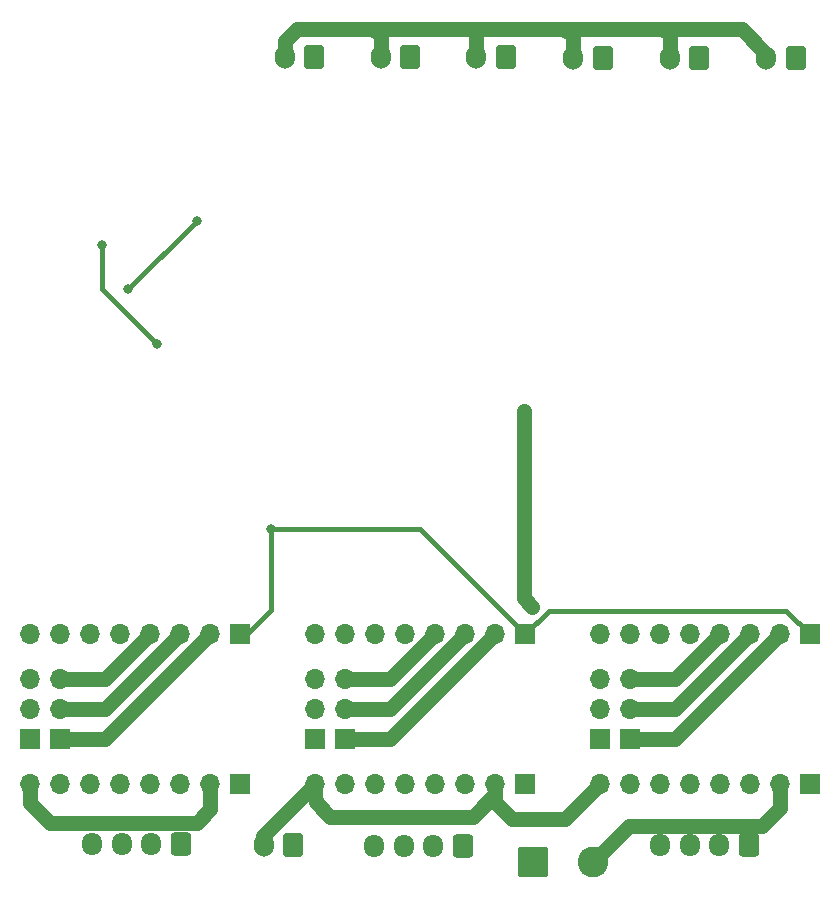
<source format=gbr>
%TF.GenerationSoftware,KiCad,Pcbnew,9.0.0*%
%TF.CreationDate,2025-04-21T14:47:56+01:00*%
%TF.ProjectId,ESP32_Cnc_Shield,45535033-325f-4436-9e63-5f536869656c,rev?*%
%TF.SameCoordinates,Original*%
%TF.FileFunction,Copper,L4,Bot*%
%TF.FilePolarity,Positive*%
%FSLAX46Y46*%
G04 Gerber Fmt 4.6, Leading zero omitted, Abs format (unit mm)*
G04 Created by KiCad (PCBNEW 9.0.0) date 2025-04-21 14:47:56*
%MOMM*%
%LPD*%
G01*
G04 APERTURE LIST*
G04 Aperture macros list*
%AMRoundRect*
0 Rectangle with rounded corners*
0 $1 Rounding radius*
0 $2 $3 $4 $5 $6 $7 $8 $9 X,Y pos of 4 corners*
0 Add a 4 corners polygon primitive as box body*
4,1,4,$2,$3,$4,$5,$6,$7,$8,$9,$2,$3,0*
0 Add four circle primitives for the rounded corners*
1,1,$1+$1,$2,$3*
1,1,$1+$1,$4,$5*
1,1,$1+$1,$6,$7*
1,1,$1+$1,$8,$9*
0 Add four rect primitives between the rounded corners*
20,1,$1+$1,$2,$3,$4,$5,0*
20,1,$1+$1,$4,$5,$6,$7,0*
20,1,$1+$1,$6,$7,$8,$9,0*
20,1,$1+$1,$8,$9,$2,$3,0*%
G04 Aperture macros list end*
%TA.AperFunction,ComponentPad*%
%ADD10R,1.700000X1.700000*%
%TD*%
%TA.AperFunction,ComponentPad*%
%ADD11O,1.700000X1.700000*%
%TD*%
%TA.AperFunction,ComponentPad*%
%ADD12RoundRect,0.250000X0.600000X0.725000X-0.600000X0.725000X-0.600000X-0.725000X0.600000X-0.725000X0*%
%TD*%
%TA.AperFunction,ComponentPad*%
%ADD13O,1.700000X1.950000*%
%TD*%
%TA.AperFunction,ComponentPad*%
%ADD14RoundRect,0.250000X0.600000X0.750000X-0.600000X0.750000X-0.600000X-0.750000X0.600000X-0.750000X0*%
%TD*%
%TA.AperFunction,ComponentPad*%
%ADD15O,1.700000X2.000000*%
%TD*%
%TA.AperFunction,ComponentPad*%
%ADD16RoundRect,0.250000X-1.050000X-1.050000X1.050000X-1.050000X1.050000X1.050000X-1.050000X1.050000X0*%
%TD*%
%TA.AperFunction,ComponentPad*%
%ADD17C,2.600000*%
%TD*%
%TA.AperFunction,ViaPad*%
%ADD18C,0.800000*%
%TD*%
%TA.AperFunction,Conductor*%
%ADD19C,1.270000*%
%TD*%
%TA.AperFunction,Conductor*%
%ADD20C,0.400000*%
%TD*%
G04 APERTURE END LIST*
D10*
%TO.P,J11,1,Pin_1*%
%TO.N,Net-(J11-Pin_1)*%
X103505000Y-136510000D03*
D11*
%TO.P,J11,2,Pin_2*%
%TO.N,Net-(J11-Pin_2)*%
X103505000Y-133970000D03*
%TO.P,J11,3,Pin_3*%
%TO.N,Net-(J11-Pin_3)*%
X103505000Y-131430000D03*
%TD*%
D12*
%TO.P,J17,1,Pin_1*%
%TO.N,Net-(J15-Pin_3)*%
X89360000Y-145530000D03*
D13*
%TO.P,J17,2,Pin_2*%
%TO.N,Net-(J15-Pin_4)*%
X86860000Y-145530000D03*
%TO.P,J17,3,Pin_3*%
%TO.N,Net-(J15-Pin_5)*%
X84360000Y-145530000D03*
%TO.P,J17,4,Pin_4*%
%TO.N,Net-(J15-Pin_6)*%
X81860000Y-145530000D03*
%TD*%
D14*
%TO.P,J2,1,Pin_1*%
%TO.N,VMOT*%
X74990000Y-145490000D03*
D15*
%TO.P,J2,2,Pin_2*%
%TO.N,GND*%
X72490000Y-145490000D03*
%TD*%
D10*
%TO.P,J13,1,Pin_1*%
%TO.N,Step_Enable*%
X118745000Y-127620000D03*
D11*
%TO.P,J13,2,Pin_2*%
%TO.N,Net-(J11-Pin_1)*%
X116205000Y-127620000D03*
%TO.P,J13,3,Pin_3*%
%TO.N,Net-(J11-Pin_2)*%
X113665000Y-127620000D03*
%TO.P,J13,4,Pin_4*%
%TO.N,Net-(J11-Pin_3)*%
X111125000Y-127620000D03*
%TO.P,J13,5,Pin_5*%
%TO.N,Net-(J13-Pin_5)*%
X108585000Y-127620000D03*
%TO.P,J13,6,Pin_6*%
X106045000Y-127620000D03*
%TO.P,J13,7,Pin_7*%
%TO.N,ZSTEP*%
X103505000Y-127620000D03*
%TO.P,J13,8,Pin_8*%
%TO.N,ZDIR*%
X100965000Y-127620000D03*
%TD*%
D10*
%TO.P,J10,1,Pin_1*%
%TO.N,3.3V*%
X100965000Y-136510000D03*
D11*
%TO.P,J10,2,Pin_2*%
X100965000Y-133970000D03*
%TO.P,J10,3,Pin_3*%
X100965000Y-131430000D03*
%TD*%
D10*
%TO.P,J4,1,Pin_1*%
%TO.N,Step_Enable*%
X70485000Y-127620000D03*
D11*
%TO.P,J4,2,Pin_2*%
%TO.N,Net-(J4-Pin_2)*%
X67945000Y-127620000D03*
%TO.P,J4,3,Pin_3*%
%TO.N,Net-(J4-Pin_3)*%
X65405000Y-127620000D03*
%TO.P,J4,4,Pin_4*%
%TO.N,Net-(J4-Pin_4)*%
X62865000Y-127620000D03*
%TO.P,J4,5,Pin_5*%
%TO.N,Net-(J4-Pin_5)*%
X60325000Y-127620000D03*
%TO.P,J4,6,Pin_6*%
X57785000Y-127620000D03*
%TO.P,J4,7,Pin_7*%
%TO.N,XSTEP*%
X55245000Y-127620000D03*
%TO.P,J4,8,Pin_8*%
%TO.N,XDIR*%
X52705000Y-127620000D03*
%TD*%
D12*
%TO.P,J16,1,Pin_1*%
%TO.N,Net-(J14-Pin_3)*%
X113560000Y-145450000D03*
D13*
%TO.P,J16,2,Pin_2*%
%TO.N,Net-(J14-Pin_4)*%
X111060000Y-145450000D03*
%TO.P,J16,3,Pin_3*%
%TO.N,Net-(J14-Pin_5)*%
X108560000Y-145450000D03*
%TO.P,J16,4,Pin_4*%
%TO.N,Net-(J14-Pin_6)*%
X106060000Y-145450000D03*
%TD*%
D10*
%TO.P,J15,1,Pin_1*%
%TO.N,VMOT*%
X94615000Y-140320000D03*
D11*
%TO.P,J15,2,Pin_2*%
%TO.N,GND*%
X92075000Y-140320000D03*
%TO.P,J15,3,Pin_3*%
%TO.N,Net-(J15-Pin_3)*%
X89535000Y-140320000D03*
%TO.P,J15,4,Pin_4*%
%TO.N,Net-(J15-Pin_4)*%
X86995000Y-140320000D03*
%TO.P,J15,5,Pin_5*%
%TO.N,Net-(J15-Pin_5)*%
X84455000Y-140320000D03*
%TO.P,J15,6,Pin_6*%
%TO.N,Net-(J15-Pin_6)*%
X81915000Y-140320000D03*
%TO.P,J15,7,Pin_7*%
%TO.N,3.3V*%
X79375000Y-140320000D03*
%TO.P,J15,8,Pin_8*%
%TO.N,GND*%
X76835000Y-140320000D03*
%TD*%
D10*
%TO.P,J12,1,Pin_1*%
%TO.N,Step_Enable*%
X94615000Y-127620000D03*
D11*
%TO.P,J12,2,Pin_2*%
%TO.N,Net-(J12-Pin_2)*%
X92075000Y-127620000D03*
%TO.P,J12,3,Pin_3*%
%TO.N,Net-(J12-Pin_3)*%
X89535000Y-127620000D03*
%TO.P,J12,4,Pin_4*%
%TO.N,Net-(J12-Pin_4)*%
X86995000Y-127620000D03*
%TO.P,J12,5,Pin_5*%
%TO.N,Net-(J12-Pin_5)*%
X84455000Y-127620000D03*
%TO.P,J12,6,Pin_6*%
X81915000Y-127620000D03*
%TO.P,J12,7,Pin_7*%
%TO.N,YSTEP*%
X79375000Y-127620000D03*
%TO.P,J12,8,Pin_8*%
%TO.N,YDIR*%
X76835000Y-127620000D03*
%TD*%
D16*
%TO.P,J1,1,Pin_1*%
%TO.N,VMOT*%
X95315000Y-146912500D03*
D17*
%TO.P,J1,2,Pin_2*%
%TO.N,GND*%
X100395000Y-146912500D03*
%TD*%
D14*
%TO.P,J21,1,Pin_1*%
%TO.N,Net-(J21-Pin_1)*%
X76750000Y-78750000D03*
D15*
%TO.P,J21,2,Pin_2*%
%TO.N,GND*%
X74250000Y-78750000D03*
%TD*%
D12*
%TO.P,J6,1,Pin_1*%
%TO.N,Net-(J5-Pin_3)*%
X65450000Y-145410000D03*
D13*
%TO.P,J6,2,Pin_2*%
%TO.N,Net-(J5-Pin_4)*%
X62950000Y-145410000D03*
%TO.P,J6,3,Pin_3*%
%TO.N,Net-(J5-Pin_5)*%
X60450000Y-145410000D03*
%TO.P,J6,4,Pin_4*%
%TO.N,Net-(J5-Pin_6)*%
X57950000Y-145410000D03*
%TD*%
D14*
%TO.P,J20,1,Pin_1*%
%TO.N,Net-(J20-Pin_1)*%
X101175000Y-78800000D03*
D15*
%TO.P,J20,2,Pin_2*%
%TO.N,GND*%
X98675000Y-78800000D03*
%TD*%
D10*
%TO.P,J3,1,Pin_1*%
%TO.N,3.3V*%
X52705000Y-136510000D03*
D11*
%TO.P,J3,2,Pin_2*%
X52705000Y-133970000D03*
%TO.P,J3,3,Pin_3*%
X52705000Y-131430000D03*
%TD*%
D14*
%TO.P,J24,1,Pin_1*%
%TO.N,Spindle-Out*%
X109380000Y-78790000D03*
D15*
%TO.P,J24,2,Pin_2*%
%TO.N,GND*%
X106880000Y-78790000D03*
%TD*%
D10*
%TO.P,J9,1,Pin_1*%
%TO.N,Net-(J12-Pin_2)*%
X79375000Y-136510000D03*
D11*
%TO.P,J9,2,Pin_2*%
%TO.N,Net-(J12-Pin_3)*%
X79375000Y-133970000D03*
%TO.P,J9,3,Pin_3*%
%TO.N,Net-(J12-Pin_4)*%
X79375000Y-131430000D03*
%TD*%
D14*
%TO.P,J18,1,Pin_1*%
%TO.N,Net-(J18-Pin_1)*%
X84877500Y-78760000D03*
D15*
%TO.P,J18,2,Pin_2*%
%TO.N,GND*%
X82377500Y-78760000D03*
%TD*%
D10*
%TO.P,J5,1,Pin_1*%
%TO.N,VMOT*%
X70485000Y-140320000D03*
D11*
%TO.P,J5,2,Pin_2*%
%TO.N,GND*%
X67945000Y-140320000D03*
%TO.P,J5,3,Pin_3*%
%TO.N,Net-(J5-Pin_3)*%
X65405000Y-140320000D03*
%TO.P,J5,4,Pin_4*%
%TO.N,Net-(J5-Pin_4)*%
X62865000Y-140320000D03*
%TO.P,J5,5,Pin_5*%
%TO.N,Net-(J5-Pin_5)*%
X60325000Y-140320000D03*
%TO.P,J5,6,Pin_6*%
%TO.N,Net-(J5-Pin_6)*%
X57785000Y-140320000D03*
%TO.P,J5,7,Pin_7*%
%TO.N,3.3V*%
X55245000Y-140320000D03*
%TO.P,J5,8,Pin_8*%
%TO.N,GND*%
X52705000Y-140320000D03*
%TD*%
D10*
%TO.P,J14,1,Pin_1*%
%TO.N,VMOT*%
X118745000Y-140320000D03*
D11*
%TO.P,J14,2,Pin_2*%
%TO.N,GND*%
X116205000Y-140320000D03*
%TO.P,J14,3,Pin_3*%
%TO.N,Net-(J14-Pin_3)*%
X113665000Y-140320000D03*
%TO.P,J14,4,Pin_4*%
%TO.N,Net-(J14-Pin_4)*%
X111125000Y-140320000D03*
%TO.P,J14,5,Pin_5*%
%TO.N,Net-(J14-Pin_5)*%
X108585000Y-140320000D03*
%TO.P,J14,6,Pin_6*%
%TO.N,Net-(J14-Pin_6)*%
X106045000Y-140320000D03*
%TO.P,J14,7,Pin_7*%
%TO.N,3.3V*%
X103505000Y-140320000D03*
%TO.P,J14,8,Pin_8*%
%TO.N,GND*%
X100965000Y-140320000D03*
%TD*%
D10*
%TO.P,J8,1,Pin_1*%
%TO.N,3.3V*%
X76835000Y-136510000D03*
D11*
%TO.P,J8,2,Pin_2*%
X76835000Y-133970000D03*
%TO.P,J8,3,Pin_3*%
X76835000Y-131430000D03*
%TD*%
D14*
%TO.P,J25,1,Pin_1*%
%TO.N,MIST*%
X117550000Y-78810000D03*
D15*
%TO.P,J25,2,Pin_2*%
%TO.N,GND*%
X115050000Y-78810000D03*
%TD*%
D14*
%TO.P,J19,1,Pin_1*%
%TO.N,Net-(J19-Pin_1)*%
X93002500Y-78770000D03*
D15*
%TO.P,J19,2,Pin_2*%
%TO.N,GND*%
X90502500Y-78770000D03*
%TD*%
D10*
%TO.P,J7,1,Pin_1*%
%TO.N,Net-(J4-Pin_2)*%
X55245000Y-136510000D03*
D11*
%TO.P,J7,2,Pin_2*%
%TO.N,Net-(J4-Pin_3)*%
X55245000Y-133970000D03*
%TO.P,J7,3,Pin_3*%
%TO.N,Net-(J4-Pin_4)*%
X55245000Y-131430000D03*
%TD*%
D18*
%TO.N,3.3V*%
X94498444Y-108721556D03*
X95220000Y-125280000D03*
%TO.N,Step_Enable*%
X73120000Y-118720000D03*
%TO.N,CS*%
X58830000Y-94690000D03*
X63480000Y-103060000D03*
%TO.N,MISO*%
X60960000Y-98420000D03*
X66870200Y-92602956D03*
%TD*%
D19*
%TO.N,GND*%
X93500000Y-143260000D02*
X98025000Y-143260000D01*
X100395000Y-146912500D02*
X103437500Y-143870000D01*
X115050000Y-78810000D02*
X115050000Y-78440000D01*
X98025000Y-143260000D02*
X100965000Y-140320000D01*
X76890000Y-141840000D02*
X76890000Y-141630000D01*
X67945000Y-142445000D02*
X67945000Y-140320000D01*
X90000000Y-76380000D02*
X90010000Y-76370000D01*
X98040000Y-76520000D02*
X98190000Y-76370000D01*
X92075000Y-140320000D02*
X92075000Y-141835000D01*
X92075000Y-141835000D02*
X93500000Y-143260000D01*
X116205000Y-141575000D02*
X116205000Y-140320000D01*
X81920000Y-76570000D02*
X82120000Y-76370000D01*
X52705000Y-141865000D02*
X54390000Y-143550000D01*
X90010000Y-76370000D02*
X98190000Y-76370000D01*
X92075000Y-140320000D02*
X92075000Y-141175000D01*
X54390000Y-143550000D02*
X66840000Y-143550000D01*
X103437500Y-143870000D02*
X114650000Y-143870000D01*
X98190000Y-76370000D02*
X106300000Y-76370000D01*
X74250000Y-77400000D02*
X75280000Y-76370000D01*
X98675000Y-78800000D02*
X98675000Y-76640000D01*
X116160000Y-142360000D02*
X116160000Y-141620000D01*
X52705000Y-140320000D02*
X52705000Y-141865000D01*
X114650000Y-143870000D02*
X116160000Y-142360000D01*
X76835000Y-141575000D02*
X76835000Y-140320000D01*
X72440000Y-144715000D02*
X76835000Y-140320000D01*
X66840000Y-143550000D02*
X67945000Y-142445000D01*
X82377500Y-78760000D02*
X82377500Y-76590000D01*
X115050000Y-78440000D02*
X112980000Y-76370000D01*
X78110000Y-143060000D02*
X76890000Y-141840000D01*
X106880000Y-78790000D02*
X106880000Y-76610000D01*
X106500000Y-76570000D02*
X106300000Y-76370000D01*
X82120000Y-76370000D02*
X90010000Y-76370000D01*
X112980000Y-76370000D02*
X106300000Y-76370000D01*
X76890000Y-141630000D02*
X76835000Y-141575000D01*
X75280000Y-76370000D02*
X82120000Y-76370000D01*
X90502500Y-78770000D02*
X90502500Y-76400000D01*
X72490000Y-145490000D02*
X72440000Y-144715000D01*
X92075000Y-141175000D02*
X90190000Y-143060000D01*
X74250000Y-78750000D02*
X74250000Y-77400000D01*
X90190000Y-143060000D02*
X78110000Y-143060000D01*
X116160000Y-141620000D02*
X116205000Y-141575000D01*
%TO.N,3.3V*%
X95220000Y-125280000D02*
X94498444Y-124558444D01*
X94498444Y-124558444D02*
X94498444Y-108721556D01*
D20*
%TO.N,Step_Enable*%
X73110000Y-118720000D02*
X73110000Y-125560000D01*
X116745000Y-125620000D02*
X96615000Y-125620000D01*
X85715000Y-118720000D02*
X73110000Y-118720000D01*
X73110000Y-125560000D02*
X71050000Y-127620000D01*
X96615000Y-125620000D02*
X94615000Y-127620000D01*
X118745000Y-127620000D02*
X116745000Y-125620000D01*
X71050000Y-127620000D02*
X70485000Y-127620000D01*
X94615000Y-127620000D02*
X85715000Y-118720000D01*
X73085000Y-118745000D02*
X73110000Y-118720000D01*
D19*
%TO.N,Net-(J4-Pin_4)*%
X62865000Y-127620000D02*
X59055000Y-131430000D01*
X59055000Y-131430000D02*
X55245000Y-131430000D01*
%TO.N,Net-(J4-Pin_2)*%
X59055000Y-136510000D02*
X55245000Y-136510000D01*
X67945000Y-127620000D02*
X59055000Y-136510000D01*
%TO.N,Net-(J4-Pin_3)*%
X59055000Y-133970000D02*
X55245000Y-133970000D01*
X65405000Y-127620000D02*
X59055000Y-133970000D01*
%TO.N,Net-(J12-Pin_3)*%
X83185000Y-133970000D02*
X79375000Y-133970000D01*
X89535000Y-127620000D02*
X83185000Y-133970000D01*
%TO.N,Net-(J12-Pin_4)*%
X86995000Y-127620000D02*
X83185000Y-131430000D01*
X83185000Y-131430000D02*
X79375000Y-131430000D01*
%TO.N,Net-(J12-Pin_2)*%
X92075000Y-127620000D02*
X83185000Y-136510000D01*
X83185000Y-136510000D02*
X79375000Y-136510000D01*
%TO.N,Net-(J11-Pin_3)*%
X107315000Y-131430000D02*
X103505000Y-131430000D01*
X111125000Y-127620000D02*
X107315000Y-131430000D01*
%TO.N,Net-(J11-Pin_2)*%
X113665000Y-127620000D02*
X107315000Y-133970000D01*
X107315000Y-133970000D02*
X103505000Y-133970000D01*
%TO.N,Net-(J11-Pin_1)*%
X107315000Y-136510000D02*
X103505000Y-136510000D01*
X116205000Y-127620000D02*
X107315000Y-136510000D01*
D20*
%TO.N,CS*%
X58830000Y-94690000D02*
X58830000Y-98410000D01*
X58830000Y-98410000D02*
X63480000Y-103060000D01*
%TO.N,MISO*%
X60960000Y-98420000D02*
X66870200Y-92602956D01*
%TD*%
M02*

</source>
